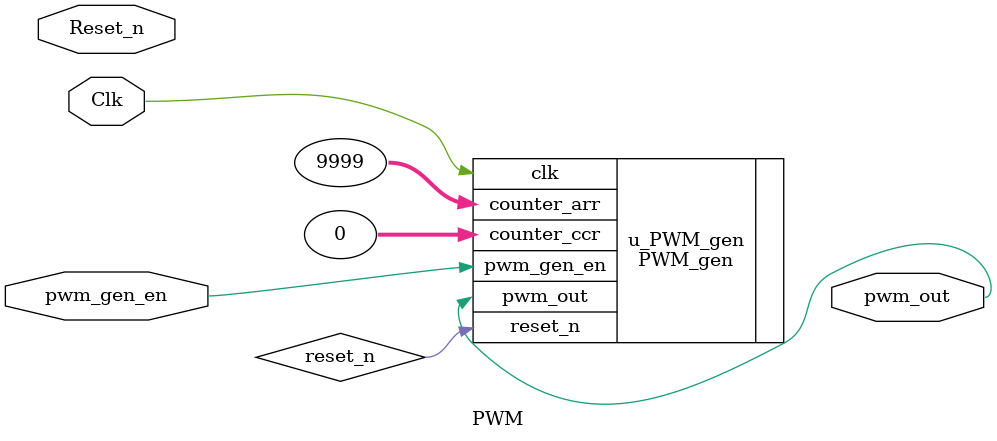
<source format=v>
`timescale  1ns / 1ps

module PWM(
    Clk,
    Reset_n,
    pwm_gen_en,
    pwm_out
);
input Clk;
input Reset_n;
input pwm_gen_en;
output pwm_out;
parameter duty_cycle = 50; // 假设要设置50%的占空比
parameter frequency = 5000 ;
parameter counter_arr = 50_000_000 / frequency - 1; 
parameter counter_ccr = counter_arr * (duty_cycle / 100); 

PWM_gen  u_PWM_gen (
    .clk                     ( Clk                 ),
    .reset_n                 ( reset_n             ),
    .pwm_gen_en              ( pwm_gen_en          ),
    .counter_arr             ( counter_arr  [31:0] ),
    .counter_ccr             ( counter_ccr  [31:0] ),
    .pwm_out                 ( pwm_out             )
);
endmodule
</source>
